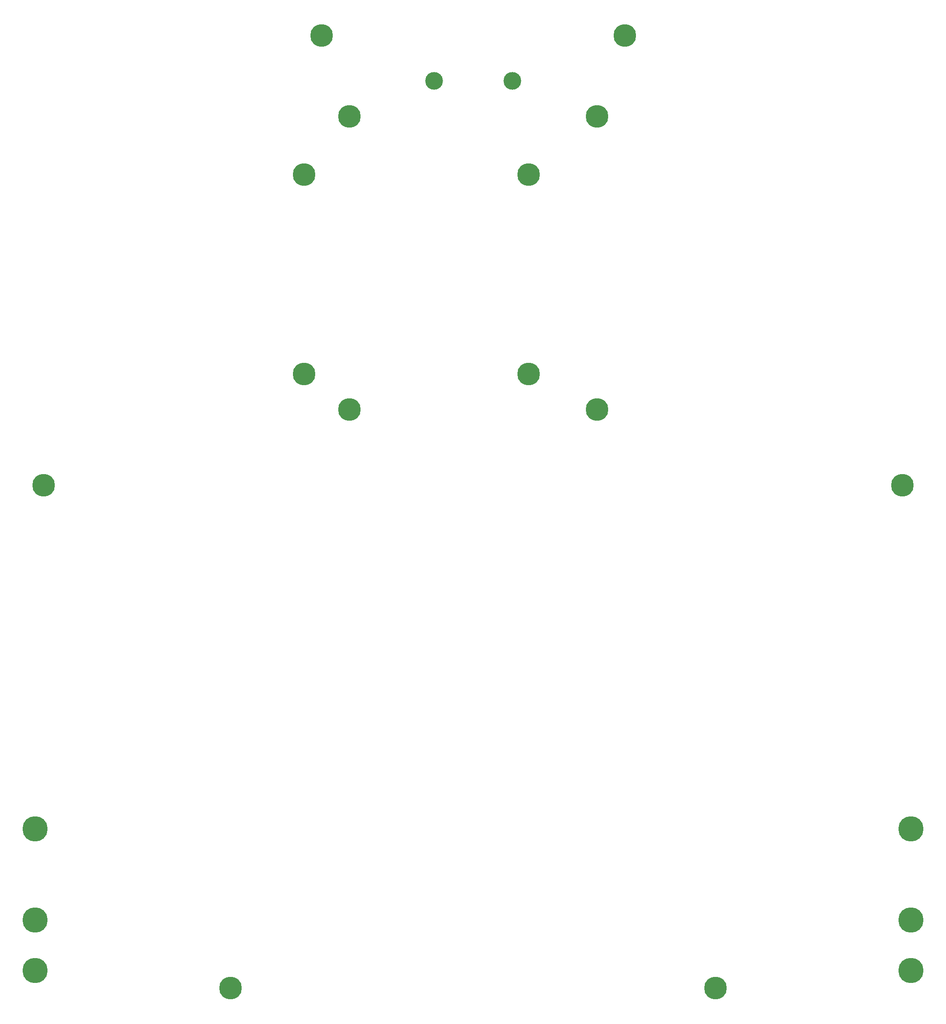
<source format=gbs>
G04 #@! TF.GenerationSoftware,KiCad,Pcbnew,(6.0.8)*
G04 #@! TF.CreationDate,2022-10-11T11:52:18+01:00*
G04 #@! TF.ProjectId,NB3_body,4e42335f-626f-4647-992e-6b696361645f,0.0.3*
G04 #@! TF.SameCoordinates,PX76bb820PYd4ab5c0*
G04 #@! TF.FileFunction,Soldermask,Bot*
G04 #@! TF.FilePolarity,Negative*
%FSLAX46Y46*%
G04 Gerber Fmt 4.6, Leading zero omitted, Abs format (unit mm)*
G04 Created by KiCad (PCBNEW (6.0.8)) date 2022-10-11 11:52:18*
%MOMM*%
%LPD*%
G01*
G04 APERTURE LIST*
%ADD10C,4.500000*%
%ADD11C,5.000000*%
%ADD12C,3.500000*%
G04 APERTURE END LIST*
D10*
X-24500000Y178000000D03*
D11*
X-86700000Y37000000D03*
D10*
X-30000000Y194000000D03*
X30000000Y194000000D03*
D12*
X-7750000Y185000000D03*
X7750000Y185000000D03*
D10*
X-85000000Y105000000D03*
X85000000Y105000000D03*
D11*
X-86700000Y9000000D03*
X86700000Y9000000D03*
D10*
X-24500000Y120000000D03*
D11*
X-86700000Y19000000D03*
D10*
X24500000Y178000000D03*
X24500000Y120000000D03*
X11000000Y166500000D03*
X-33500000Y127000000D03*
X11000000Y127000000D03*
D11*
X86700000Y37000000D03*
D10*
X-33500000Y166500000D03*
X48000000Y5500000D03*
X-48000000Y5500000D03*
D11*
X86700000Y19000000D03*
M02*

</source>
